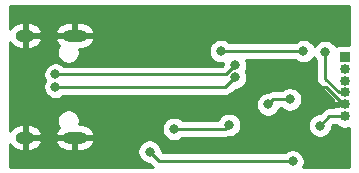
<source format=gbr>
%TF.GenerationSoftware,KiCad,Pcbnew,(5.1.8)-1*%
%TF.CreationDate,2020-12-30T11:25:41+08:00*%
%TF.ProjectId,downloader,646f776e-6c6f-4616-9465-722e6b696361,rev?*%
%TF.SameCoordinates,Original*%
%TF.FileFunction,Copper,L2,Bot*%
%TF.FilePolarity,Positive*%
%FSLAX46Y46*%
G04 Gerber Fmt 4.6, Leading zero omitted, Abs format (unit mm)*
G04 Created by KiCad (PCBNEW (5.1.8)-1) date 2020-12-30 11:25:41*
%MOMM*%
%LPD*%
G01*
G04 APERTURE LIST*
%TA.AperFunction,ComponentPad*%
%ADD10O,0.850000X0.850000*%
%TD*%
%TA.AperFunction,ComponentPad*%
%ADD11R,0.850000X0.850000*%
%TD*%
%TA.AperFunction,ComponentPad*%
%ADD12O,2.100000X1.000000*%
%TD*%
%TA.AperFunction,ComponentPad*%
%ADD13O,1.600000X1.000000*%
%TD*%
%TA.AperFunction,ViaPad*%
%ADD14C,0.800000*%
%TD*%
%TA.AperFunction,Conductor*%
%ADD15C,0.250000*%
%TD*%
%TA.AperFunction,Conductor*%
%ADD16C,0.254000*%
%TD*%
%TA.AperFunction,Conductor*%
%ADD17C,0.100000*%
%TD*%
G04 APERTURE END LIST*
D10*
%TO.P,J2,6*%
%TO.N,+3V3*%
X129000000Y-95000000D03*
%TO.P,J2,5*%
%TO.N,GND*%
X129000000Y-94000000D03*
%TO.P,J2,4*%
%TO.N,/IO0*%
X129000000Y-93000000D03*
%TO.P,J2,3*%
%TO.N,/EN*%
X129000000Y-92000000D03*
%TO.P,J2,2*%
%TO.N,/TXD*%
X129000000Y-91000000D03*
D11*
%TO.P,J2,1*%
%TO.N,/RXD*%
X129000000Y-90000000D03*
%TD*%
D12*
%TO.P,J1,S1*%
%TO.N,GND*%
X106130000Y-96820000D03*
X106130000Y-88180000D03*
D13*
X101950000Y-88180000D03*
X101950000Y-96820000D03*
%TD*%
D14*
%TO.N,GND*%
X122100000Y-92500000D03*
X126900000Y-86200000D03*
%TO.N,/D-*%
X104500000Y-91475000D03*
X119700006Y-90700000D03*
%TO.N,/D+*%
X104500000Y-92525000D03*
X119712656Y-91712670D03*
%TO.N,/IO0*%
X127337465Y-89572282D03*
%TO.N,/DTR*%
X124351540Y-93574230D03*
X122500000Y-94000000D03*
%TO.N,/EN*%
X124575000Y-98825000D03*
X112474991Y-98000009D03*
%TO.N,+3V3*%
X125500000Y-89500000D03*
X118499990Y-89500000D03*
X126899998Y-95800000D03*
%TO.N,Net-(C1-Pad1)*%
X114550000Y-96075000D03*
X119199990Y-95750000D03*
%TD*%
D15*
%TO.N,GND*%
X128873002Y-94000000D02*
X129000000Y-94000000D01*
X122100000Y-92500000D02*
X127373002Y-92500000D01*
X127373002Y-92500000D02*
X128873002Y-94000000D01*
%TO.N,/D-*%
X118925006Y-91475000D02*
X119700006Y-90700000D01*
X104500000Y-91475000D02*
X118925006Y-91475000D01*
%TO.N,/D+*%
X118900326Y-92525000D02*
X119712656Y-91712670D01*
X104500000Y-92525000D02*
X118900326Y-92525000D01*
%TO.N,/IO0*%
X127337465Y-91828052D02*
X128509413Y-93000000D01*
X128509413Y-93000000D02*
X129000000Y-93000000D01*
X127337465Y-89572282D02*
X127337465Y-91828052D01*
%TO.N,/DTR*%
X122925770Y-93574230D02*
X122500000Y-94000000D01*
X124351540Y-93574230D02*
X122925770Y-93574230D01*
%TO.N,/EN*%
X124575000Y-98825000D02*
X113299982Y-98825000D01*
X113299982Y-98825000D02*
X112474991Y-98000009D01*
%TO.N,+3V3*%
X125500000Y-89500000D02*
X120000000Y-89500000D01*
X120000000Y-89500000D02*
X118499990Y-89500000D01*
X129000000Y-95000000D02*
X127699998Y-95000000D01*
X127699998Y-95000000D02*
X126899998Y-95800000D01*
%TO.N,Net-(C1-Pad1)*%
X118874990Y-96075000D02*
X119199990Y-95750000D01*
X114550000Y-96075000D02*
X118874990Y-96075000D01*
%TD*%
D16*
%TO.N,GND*%
X129340001Y-88936928D02*
X128575000Y-88936928D01*
X128450518Y-88949188D01*
X128330820Y-88985498D01*
X128227186Y-89040893D01*
X128141402Y-88912508D01*
X127997239Y-88768345D01*
X127827721Y-88655077D01*
X127639363Y-88577056D01*
X127439404Y-88537282D01*
X127235526Y-88537282D01*
X127035567Y-88577056D01*
X126847209Y-88655077D01*
X126677691Y-88768345D01*
X126533528Y-88912508D01*
X126436857Y-89057187D01*
X126417205Y-89009744D01*
X126303937Y-88840226D01*
X126159774Y-88696063D01*
X125990256Y-88582795D01*
X125801898Y-88504774D01*
X125601939Y-88465000D01*
X125398061Y-88465000D01*
X125198102Y-88504774D01*
X125009744Y-88582795D01*
X124840226Y-88696063D01*
X124796289Y-88740000D01*
X119203701Y-88740000D01*
X119159764Y-88696063D01*
X118990246Y-88582795D01*
X118801888Y-88504774D01*
X118601929Y-88465000D01*
X118398051Y-88465000D01*
X118198092Y-88504774D01*
X118009734Y-88582795D01*
X117840216Y-88696063D01*
X117696053Y-88840226D01*
X117582785Y-89009744D01*
X117504764Y-89198102D01*
X117464990Y-89398061D01*
X117464990Y-89601939D01*
X117504764Y-89801898D01*
X117582785Y-89990256D01*
X117696053Y-90159774D01*
X117840216Y-90303937D01*
X118009734Y-90417205D01*
X118198092Y-90495226D01*
X118398051Y-90535000D01*
X118601929Y-90535000D01*
X118680665Y-90519339D01*
X118665006Y-90598061D01*
X118665006Y-90660199D01*
X118610205Y-90715000D01*
X105203711Y-90715000D01*
X105159774Y-90671063D01*
X104990256Y-90557795D01*
X104801898Y-90479774D01*
X104601939Y-90440000D01*
X104398061Y-90440000D01*
X104198102Y-90479774D01*
X104009744Y-90557795D01*
X103840226Y-90671063D01*
X103696063Y-90815226D01*
X103582795Y-90984744D01*
X103504774Y-91173102D01*
X103465000Y-91373061D01*
X103465000Y-91576939D01*
X103504774Y-91776898D01*
X103582795Y-91965256D01*
X103606010Y-92000000D01*
X103582795Y-92034744D01*
X103504774Y-92223102D01*
X103465000Y-92423061D01*
X103465000Y-92626939D01*
X103504774Y-92826898D01*
X103582795Y-93015256D01*
X103696063Y-93184774D01*
X103840226Y-93328937D01*
X104009744Y-93442205D01*
X104198102Y-93520226D01*
X104398061Y-93560000D01*
X104601939Y-93560000D01*
X104801898Y-93520226D01*
X104990256Y-93442205D01*
X105159774Y-93328937D01*
X105203711Y-93285000D01*
X118863004Y-93285000D01*
X118900326Y-93288676D01*
X118937648Y-93285000D01*
X118937659Y-93285000D01*
X119049312Y-93274003D01*
X119192573Y-93230546D01*
X119324602Y-93159974D01*
X119440327Y-93065001D01*
X119464129Y-93035998D01*
X119752457Y-92747670D01*
X119814595Y-92747670D01*
X120014554Y-92707896D01*
X120202912Y-92629875D01*
X120372430Y-92516607D01*
X120516593Y-92372444D01*
X120629861Y-92202926D01*
X120707882Y-92014568D01*
X120747656Y-91814609D01*
X120747656Y-91610731D01*
X120707882Y-91410772D01*
X120629861Y-91222414D01*
X120612792Y-91196869D01*
X120617211Y-91190256D01*
X120695232Y-91001898D01*
X120735006Y-90801939D01*
X120735006Y-90598061D01*
X120695232Y-90398102D01*
X120638028Y-90260000D01*
X124796289Y-90260000D01*
X124840226Y-90303937D01*
X125009744Y-90417205D01*
X125198102Y-90495226D01*
X125398061Y-90535000D01*
X125601939Y-90535000D01*
X125801898Y-90495226D01*
X125990256Y-90417205D01*
X126159774Y-90303937D01*
X126303937Y-90159774D01*
X126400608Y-90015095D01*
X126420260Y-90062538D01*
X126533528Y-90232056D01*
X126577465Y-90275993D01*
X126577466Y-91790720D01*
X126573789Y-91828052D01*
X126577466Y-91865385D01*
X126588463Y-91977038D01*
X126590878Y-91984999D01*
X126631919Y-92120298D01*
X126702491Y-92252328D01*
X126749158Y-92309191D01*
X126797465Y-92368053D01*
X126826463Y-92391851D01*
X127945614Y-93511003D01*
X127969412Y-93540001D01*
X128028590Y-93588567D01*
X127991128Y-93674750D01*
X127980460Y-93709938D01*
X128107743Y-93873000D01*
X128398587Y-93873000D01*
X128497902Y-93939360D01*
X128644299Y-94000000D01*
X128497902Y-94060640D01*
X128398587Y-94127000D01*
X128107743Y-94127000D01*
X128019537Y-94240000D01*
X127737321Y-94240000D01*
X127699998Y-94236324D01*
X127662675Y-94240000D01*
X127662665Y-94240000D01*
X127551012Y-94250997D01*
X127407751Y-94294454D01*
X127275722Y-94365026D01*
X127159997Y-94459999D01*
X127136199Y-94488998D01*
X126860196Y-94765000D01*
X126798059Y-94765000D01*
X126598100Y-94804774D01*
X126409742Y-94882795D01*
X126240224Y-94996063D01*
X126096061Y-95140226D01*
X125982793Y-95309744D01*
X125904772Y-95498102D01*
X125864998Y-95698061D01*
X125864998Y-95901939D01*
X125904772Y-96101898D01*
X125982793Y-96290256D01*
X126096061Y-96459774D01*
X126240224Y-96603937D01*
X126409742Y-96717205D01*
X126598100Y-96795226D01*
X126798059Y-96835000D01*
X127001937Y-96835000D01*
X127201896Y-96795226D01*
X127390254Y-96717205D01*
X127559772Y-96603937D01*
X127703935Y-96459774D01*
X127817203Y-96290256D01*
X127895224Y-96101898D01*
X127934998Y-95901939D01*
X127934998Y-95839802D01*
X128014800Y-95760000D01*
X128260933Y-95760000D01*
X128324289Y-95823356D01*
X128497902Y-95939360D01*
X128690809Y-96019265D01*
X128895599Y-96060000D01*
X129104401Y-96060000D01*
X129309191Y-96019265D01*
X129340000Y-96006503D01*
X129340000Y-99340000D01*
X125475672Y-99340000D01*
X125492205Y-99315256D01*
X125570226Y-99126898D01*
X125610000Y-98926939D01*
X125610000Y-98723061D01*
X125570226Y-98523102D01*
X125492205Y-98334744D01*
X125378937Y-98165226D01*
X125234774Y-98021063D01*
X125065256Y-97907795D01*
X124876898Y-97829774D01*
X124676939Y-97790000D01*
X124473061Y-97790000D01*
X124273102Y-97829774D01*
X124084744Y-97907795D01*
X123915226Y-98021063D01*
X123871289Y-98065000D01*
X113614784Y-98065000D01*
X113509991Y-97960207D01*
X113509991Y-97898070D01*
X113470217Y-97698111D01*
X113392196Y-97509753D01*
X113278928Y-97340235D01*
X113134765Y-97196072D01*
X112965247Y-97082804D01*
X112776889Y-97004783D01*
X112576930Y-96965009D01*
X112373052Y-96965009D01*
X112173093Y-97004783D01*
X111984735Y-97082804D01*
X111815217Y-97196072D01*
X111671054Y-97340235D01*
X111557786Y-97509753D01*
X111479765Y-97698111D01*
X111439991Y-97898070D01*
X111439991Y-98101948D01*
X111479765Y-98301907D01*
X111557786Y-98490265D01*
X111671054Y-98659783D01*
X111815217Y-98803946D01*
X111984735Y-98917214D01*
X112173093Y-98995235D01*
X112373052Y-99035009D01*
X112435189Y-99035009D01*
X112736187Y-99336008D01*
X112739463Y-99340000D01*
X100660000Y-99340000D01*
X100660000Y-97382371D01*
X100757631Y-97532764D01*
X100913831Y-97693161D01*
X101098322Y-97820003D01*
X101304013Y-97908415D01*
X101523000Y-97955000D01*
X101823000Y-97955000D01*
X101823000Y-96947000D01*
X102077000Y-96947000D01*
X102077000Y-97955000D01*
X102377000Y-97955000D01*
X102595987Y-97908415D01*
X102801678Y-97820003D01*
X102986169Y-97693161D01*
X103142369Y-97532764D01*
X103264276Y-97344976D01*
X103344119Y-97121874D01*
X104485881Y-97121874D01*
X104565724Y-97344976D01*
X104687631Y-97532764D01*
X104843831Y-97693161D01*
X105028322Y-97820003D01*
X105234013Y-97908415D01*
X105453000Y-97955000D01*
X106003000Y-97955000D01*
X106003000Y-96947000D01*
X106257000Y-96947000D01*
X106257000Y-97955000D01*
X106807000Y-97955000D01*
X107025987Y-97908415D01*
X107231678Y-97820003D01*
X107416169Y-97693161D01*
X107572369Y-97532764D01*
X107694276Y-97344976D01*
X107774119Y-97121874D01*
X107647954Y-96947000D01*
X106257000Y-96947000D01*
X106003000Y-96947000D01*
X104612046Y-96947000D01*
X104485881Y-97121874D01*
X103344119Y-97121874D01*
X103217954Y-96947000D01*
X102077000Y-96947000D01*
X101823000Y-96947000D01*
X101803000Y-96947000D01*
X101803000Y-96693000D01*
X101823000Y-96693000D01*
X101823000Y-95685000D01*
X102077000Y-95685000D01*
X102077000Y-96693000D01*
X103217954Y-96693000D01*
X103344119Y-96518126D01*
X104485881Y-96518126D01*
X104612046Y-96693000D01*
X106003000Y-96693000D01*
X106003000Y-96673000D01*
X106257000Y-96673000D01*
X106257000Y-96693000D01*
X107647954Y-96693000D01*
X107774119Y-96518126D01*
X107694276Y-96295024D01*
X107572369Y-96107236D01*
X107441705Y-95973061D01*
X113515000Y-95973061D01*
X113515000Y-96176939D01*
X113554774Y-96376898D01*
X113632795Y-96565256D01*
X113746063Y-96734774D01*
X113890226Y-96878937D01*
X114059744Y-96992205D01*
X114248102Y-97070226D01*
X114448061Y-97110000D01*
X114651939Y-97110000D01*
X114851898Y-97070226D01*
X115040256Y-96992205D01*
X115209774Y-96878937D01*
X115253711Y-96835000D01*
X118837668Y-96835000D01*
X118874990Y-96838676D01*
X118912312Y-96835000D01*
X118912323Y-96835000D01*
X119023976Y-96824003D01*
X119152554Y-96785000D01*
X119301929Y-96785000D01*
X119501888Y-96745226D01*
X119690246Y-96667205D01*
X119859764Y-96553937D01*
X120003927Y-96409774D01*
X120117195Y-96240256D01*
X120195216Y-96051898D01*
X120234990Y-95851939D01*
X120234990Y-95648061D01*
X120195216Y-95448102D01*
X120117195Y-95259744D01*
X120003927Y-95090226D01*
X119859764Y-94946063D01*
X119690246Y-94832795D01*
X119501888Y-94754774D01*
X119301929Y-94715000D01*
X119098051Y-94715000D01*
X118898092Y-94754774D01*
X118709734Y-94832795D01*
X118540216Y-94946063D01*
X118396053Y-95090226D01*
X118282785Y-95259744D01*
X118259897Y-95315000D01*
X115253711Y-95315000D01*
X115209774Y-95271063D01*
X115040256Y-95157795D01*
X114851898Y-95079774D01*
X114651939Y-95040000D01*
X114448061Y-95040000D01*
X114248102Y-95079774D01*
X114059744Y-95157795D01*
X113890226Y-95271063D01*
X113746063Y-95415226D01*
X113632795Y-95584744D01*
X113554774Y-95773102D01*
X113515000Y-95973061D01*
X107441705Y-95973061D01*
X107416169Y-95946839D01*
X107231678Y-95819997D01*
X107025987Y-95731585D01*
X106807000Y-95685000D01*
X106516904Y-95685000D01*
X106523108Y-95670022D01*
X106560000Y-95484552D01*
X106560000Y-95295448D01*
X106523108Y-95109978D01*
X106450741Y-94935269D01*
X106345681Y-94778036D01*
X106211964Y-94644319D01*
X106054731Y-94539259D01*
X105880022Y-94466892D01*
X105694552Y-94430000D01*
X105505448Y-94430000D01*
X105319978Y-94466892D01*
X105145269Y-94539259D01*
X104988036Y-94644319D01*
X104854319Y-94778036D01*
X104749259Y-94935269D01*
X104676892Y-95109978D01*
X104640000Y-95295448D01*
X104640000Y-95484552D01*
X104676892Y-95670022D01*
X104749259Y-95844731D01*
X104828206Y-95962884D01*
X104687631Y-96107236D01*
X104565724Y-96295024D01*
X104485881Y-96518126D01*
X103344119Y-96518126D01*
X103264276Y-96295024D01*
X103142369Y-96107236D01*
X102986169Y-95946839D01*
X102801678Y-95819997D01*
X102595987Y-95731585D01*
X102377000Y-95685000D01*
X102077000Y-95685000D01*
X101823000Y-95685000D01*
X101523000Y-95685000D01*
X101304013Y-95731585D01*
X101098322Y-95819997D01*
X100913831Y-95946839D01*
X100757631Y-96107236D01*
X100660000Y-96257629D01*
X100660000Y-93898061D01*
X121465000Y-93898061D01*
X121465000Y-94101939D01*
X121504774Y-94301898D01*
X121582795Y-94490256D01*
X121696063Y-94659774D01*
X121840226Y-94803937D01*
X122009744Y-94917205D01*
X122198102Y-94995226D01*
X122398061Y-95035000D01*
X122601939Y-95035000D01*
X122801898Y-94995226D01*
X122990256Y-94917205D01*
X123159774Y-94803937D01*
X123303937Y-94659774D01*
X123417205Y-94490256D01*
X123481834Y-94334230D01*
X123647829Y-94334230D01*
X123691766Y-94378167D01*
X123861284Y-94491435D01*
X124049642Y-94569456D01*
X124249601Y-94609230D01*
X124453479Y-94609230D01*
X124653438Y-94569456D01*
X124841796Y-94491435D01*
X125011314Y-94378167D01*
X125155477Y-94234004D01*
X125268745Y-94064486D01*
X125346766Y-93876128D01*
X125386540Y-93676169D01*
X125386540Y-93472291D01*
X125346766Y-93272332D01*
X125268745Y-93083974D01*
X125155477Y-92914456D01*
X125011314Y-92770293D01*
X124841796Y-92657025D01*
X124653438Y-92579004D01*
X124453479Y-92539230D01*
X124249601Y-92539230D01*
X124049642Y-92579004D01*
X123861284Y-92657025D01*
X123691766Y-92770293D01*
X123647829Y-92814230D01*
X122963095Y-92814230D01*
X122925770Y-92810554D01*
X122888445Y-92814230D01*
X122888437Y-92814230D01*
X122776784Y-92825227D01*
X122633523Y-92868684D01*
X122501494Y-92939256D01*
X122470125Y-92965000D01*
X122398061Y-92965000D01*
X122198102Y-93004774D01*
X122009744Y-93082795D01*
X121840226Y-93196063D01*
X121696063Y-93340226D01*
X121582795Y-93509744D01*
X121504774Y-93698102D01*
X121465000Y-93898061D01*
X100660000Y-93898061D01*
X100660000Y-88742371D01*
X100757631Y-88892764D01*
X100913831Y-89053161D01*
X101098322Y-89180003D01*
X101304013Y-89268415D01*
X101523000Y-89315000D01*
X101823000Y-89315000D01*
X101823000Y-88307000D01*
X102077000Y-88307000D01*
X102077000Y-89315000D01*
X102377000Y-89315000D01*
X102595987Y-89268415D01*
X102801678Y-89180003D01*
X102986169Y-89053161D01*
X103142369Y-88892764D01*
X103264276Y-88704976D01*
X103344119Y-88481874D01*
X104485881Y-88481874D01*
X104565724Y-88704976D01*
X104687631Y-88892764D01*
X104828206Y-89037116D01*
X104749259Y-89155269D01*
X104676892Y-89329978D01*
X104640000Y-89515448D01*
X104640000Y-89704552D01*
X104676892Y-89890022D01*
X104749259Y-90064731D01*
X104854319Y-90221964D01*
X104988036Y-90355681D01*
X105145269Y-90460741D01*
X105319978Y-90533108D01*
X105505448Y-90570000D01*
X105694552Y-90570000D01*
X105880022Y-90533108D01*
X106054731Y-90460741D01*
X106211964Y-90355681D01*
X106345681Y-90221964D01*
X106450741Y-90064731D01*
X106523108Y-89890022D01*
X106560000Y-89704552D01*
X106560000Y-89515448D01*
X106523108Y-89329978D01*
X106516904Y-89315000D01*
X106807000Y-89315000D01*
X107025987Y-89268415D01*
X107231678Y-89180003D01*
X107416169Y-89053161D01*
X107572369Y-88892764D01*
X107694276Y-88704976D01*
X107774119Y-88481874D01*
X107647954Y-88307000D01*
X106257000Y-88307000D01*
X106257000Y-88327000D01*
X106003000Y-88327000D01*
X106003000Y-88307000D01*
X104612046Y-88307000D01*
X104485881Y-88481874D01*
X103344119Y-88481874D01*
X103217954Y-88307000D01*
X102077000Y-88307000D01*
X101823000Y-88307000D01*
X101803000Y-88307000D01*
X101803000Y-88053000D01*
X101823000Y-88053000D01*
X101823000Y-87045000D01*
X102077000Y-87045000D01*
X102077000Y-88053000D01*
X103217954Y-88053000D01*
X103344119Y-87878126D01*
X104485881Y-87878126D01*
X104612046Y-88053000D01*
X106003000Y-88053000D01*
X106003000Y-87045000D01*
X106257000Y-87045000D01*
X106257000Y-88053000D01*
X107647954Y-88053000D01*
X107774119Y-87878126D01*
X107694276Y-87655024D01*
X107572369Y-87467236D01*
X107416169Y-87306839D01*
X107231678Y-87179997D01*
X107025987Y-87091585D01*
X106807000Y-87045000D01*
X106257000Y-87045000D01*
X106003000Y-87045000D01*
X105453000Y-87045000D01*
X105234013Y-87091585D01*
X105028322Y-87179997D01*
X104843831Y-87306839D01*
X104687631Y-87467236D01*
X104565724Y-87655024D01*
X104485881Y-87878126D01*
X103344119Y-87878126D01*
X103264276Y-87655024D01*
X103142369Y-87467236D01*
X102986169Y-87306839D01*
X102801678Y-87179997D01*
X102595987Y-87091585D01*
X102377000Y-87045000D01*
X102077000Y-87045000D01*
X101823000Y-87045000D01*
X101523000Y-87045000D01*
X101304013Y-87091585D01*
X101098322Y-87179997D01*
X100913831Y-87306839D01*
X100757631Y-87467236D01*
X100660000Y-87617629D01*
X100660000Y-85660000D01*
X129340001Y-85660000D01*
X129340001Y-88936928D01*
%TA.AperFunction,Conductor*%
D17*
G36*
X129340001Y-88936928D02*
G01*
X128575000Y-88936928D01*
X128450518Y-88949188D01*
X128330820Y-88985498D01*
X128227186Y-89040893D01*
X128141402Y-88912508D01*
X127997239Y-88768345D01*
X127827721Y-88655077D01*
X127639363Y-88577056D01*
X127439404Y-88537282D01*
X127235526Y-88537282D01*
X127035567Y-88577056D01*
X126847209Y-88655077D01*
X126677691Y-88768345D01*
X126533528Y-88912508D01*
X126436857Y-89057187D01*
X126417205Y-89009744D01*
X126303937Y-88840226D01*
X126159774Y-88696063D01*
X125990256Y-88582795D01*
X125801898Y-88504774D01*
X125601939Y-88465000D01*
X125398061Y-88465000D01*
X125198102Y-88504774D01*
X125009744Y-88582795D01*
X124840226Y-88696063D01*
X124796289Y-88740000D01*
X119203701Y-88740000D01*
X119159764Y-88696063D01*
X118990246Y-88582795D01*
X118801888Y-88504774D01*
X118601929Y-88465000D01*
X118398051Y-88465000D01*
X118198092Y-88504774D01*
X118009734Y-88582795D01*
X117840216Y-88696063D01*
X117696053Y-88840226D01*
X117582785Y-89009744D01*
X117504764Y-89198102D01*
X117464990Y-89398061D01*
X117464990Y-89601939D01*
X117504764Y-89801898D01*
X117582785Y-89990256D01*
X117696053Y-90159774D01*
X117840216Y-90303937D01*
X118009734Y-90417205D01*
X118198092Y-90495226D01*
X118398051Y-90535000D01*
X118601929Y-90535000D01*
X118680665Y-90519339D01*
X118665006Y-90598061D01*
X118665006Y-90660199D01*
X118610205Y-90715000D01*
X105203711Y-90715000D01*
X105159774Y-90671063D01*
X104990256Y-90557795D01*
X104801898Y-90479774D01*
X104601939Y-90440000D01*
X104398061Y-90440000D01*
X104198102Y-90479774D01*
X104009744Y-90557795D01*
X103840226Y-90671063D01*
X103696063Y-90815226D01*
X103582795Y-90984744D01*
X103504774Y-91173102D01*
X103465000Y-91373061D01*
X103465000Y-91576939D01*
X103504774Y-91776898D01*
X103582795Y-91965256D01*
X103606010Y-92000000D01*
X103582795Y-92034744D01*
X103504774Y-92223102D01*
X103465000Y-92423061D01*
X103465000Y-92626939D01*
X103504774Y-92826898D01*
X103582795Y-93015256D01*
X103696063Y-93184774D01*
X103840226Y-93328937D01*
X104009744Y-93442205D01*
X104198102Y-93520226D01*
X104398061Y-93560000D01*
X104601939Y-93560000D01*
X104801898Y-93520226D01*
X104990256Y-93442205D01*
X105159774Y-93328937D01*
X105203711Y-93285000D01*
X118863004Y-93285000D01*
X118900326Y-93288676D01*
X118937648Y-93285000D01*
X118937659Y-93285000D01*
X119049312Y-93274003D01*
X119192573Y-93230546D01*
X119324602Y-93159974D01*
X119440327Y-93065001D01*
X119464129Y-93035998D01*
X119752457Y-92747670D01*
X119814595Y-92747670D01*
X120014554Y-92707896D01*
X120202912Y-92629875D01*
X120372430Y-92516607D01*
X120516593Y-92372444D01*
X120629861Y-92202926D01*
X120707882Y-92014568D01*
X120747656Y-91814609D01*
X120747656Y-91610731D01*
X120707882Y-91410772D01*
X120629861Y-91222414D01*
X120612792Y-91196869D01*
X120617211Y-91190256D01*
X120695232Y-91001898D01*
X120735006Y-90801939D01*
X120735006Y-90598061D01*
X120695232Y-90398102D01*
X120638028Y-90260000D01*
X124796289Y-90260000D01*
X124840226Y-90303937D01*
X125009744Y-90417205D01*
X125198102Y-90495226D01*
X125398061Y-90535000D01*
X125601939Y-90535000D01*
X125801898Y-90495226D01*
X125990256Y-90417205D01*
X126159774Y-90303937D01*
X126303937Y-90159774D01*
X126400608Y-90015095D01*
X126420260Y-90062538D01*
X126533528Y-90232056D01*
X126577465Y-90275993D01*
X126577466Y-91790720D01*
X126573789Y-91828052D01*
X126577466Y-91865385D01*
X126588463Y-91977038D01*
X126590878Y-91984999D01*
X126631919Y-92120298D01*
X126702491Y-92252328D01*
X126749158Y-92309191D01*
X126797465Y-92368053D01*
X126826463Y-92391851D01*
X127945614Y-93511003D01*
X127969412Y-93540001D01*
X128028590Y-93588567D01*
X127991128Y-93674750D01*
X127980460Y-93709938D01*
X128107743Y-93873000D01*
X128398587Y-93873000D01*
X128497902Y-93939360D01*
X128644299Y-94000000D01*
X128497902Y-94060640D01*
X128398587Y-94127000D01*
X128107743Y-94127000D01*
X128019537Y-94240000D01*
X127737321Y-94240000D01*
X127699998Y-94236324D01*
X127662675Y-94240000D01*
X127662665Y-94240000D01*
X127551012Y-94250997D01*
X127407751Y-94294454D01*
X127275722Y-94365026D01*
X127159997Y-94459999D01*
X127136199Y-94488998D01*
X126860196Y-94765000D01*
X126798059Y-94765000D01*
X126598100Y-94804774D01*
X126409742Y-94882795D01*
X126240224Y-94996063D01*
X126096061Y-95140226D01*
X125982793Y-95309744D01*
X125904772Y-95498102D01*
X125864998Y-95698061D01*
X125864998Y-95901939D01*
X125904772Y-96101898D01*
X125982793Y-96290256D01*
X126096061Y-96459774D01*
X126240224Y-96603937D01*
X126409742Y-96717205D01*
X126598100Y-96795226D01*
X126798059Y-96835000D01*
X127001937Y-96835000D01*
X127201896Y-96795226D01*
X127390254Y-96717205D01*
X127559772Y-96603937D01*
X127703935Y-96459774D01*
X127817203Y-96290256D01*
X127895224Y-96101898D01*
X127934998Y-95901939D01*
X127934998Y-95839802D01*
X128014800Y-95760000D01*
X128260933Y-95760000D01*
X128324289Y-95823356D01*
X128497902Y-95939360D01*
X128690809Y-96019265D01*
X128895599Y-96060000D01*
X129104401Y-96060000D01*
X129309191Y-96019265D01*
X129340000Y-96006503D01*
X129340000Y-99340000D01*
X125475672Y-99340000D01*
X125492205Y-99315256D01*
X125570226Y-99126898D01*
X125610000Y-98926939D01*
X125610000Y-98723061D01*
X125570226Y-98523102D01*
X125492205Y-98334744D01*
X125378937Y-98165226D01*
X125234774Y-98021063D01*
X125065256Y-97907795D01*
X124876898Y-97829774D01*
X124676939Y-97790000D01*
X124473061Y-97790000D01*
X124273102Y-97829774D01*
X124084744Y-97907795D01*
X123915226Y-98021063D01*
X123871289Y-98065000D01*
X113614784Y-98065000D01*
X113509991Y-97960207D01*
X113509991Y-97898070D01*
X113470217Y-97698111D01*
X113392196Y-97509753D01*
X113278928Y-97340235D01*
X113134765Y-97196072D01*
X112965247Y-97082804D01*
X112776889Y-97004783D01*
X112576930Y-96965009D01*
X112373052Y-96965009D01*
X112173093Y-97004783D01*
X111984735Y-97082804D01*
X111815217Y-97196072D01*
X111671054Y-97340235D01*
X111557786Y-97509753D01*
X111479765Y-97698111D01*
X111439991Y-97898070D01*
X111439991Y-98101948D01*
X111479765Y-98301907D01*
X111557786Y-98490265D01*
X111671054Y-98659783D01*
X111815217Y-98803946D01*
X111984735Y-98917214D01*
X112173093Y-98995235D01*
X112373052Y-99035009D01*
X112435189Y-99035009D01*
X112736187Y-99336008D01*
X112739463Y-99340000D01*
X100660000Y-99340000D01*
X100660000Y-97382371D01*
X100757631Y-97532764D01*
X100913831Y-97693161D01*
X101098322Y-97820003D01*
X101304013Y-97908415D01*
X101523000Y-97955000D01*
X101823000Y-97955000D01*
X101823000Y-96947000D01*
X102077000Y-96947000D01*
X102077000Y-97955000D01*
X102377000Y-97955000D01*
X102595987Y-97908415D01*
X102801678Y-97820003D01*
X102986169Y-97693161D01*
X103142369Y-97532764D01*
X103264276Y-97344976D01*
X103344119Y-97121874D01*
X104485881Y-97121874D01*
X104565724Y-97344976D01*
X104687631Y-97532764D01*
X104843831Y-97693161D01*
X105028322Y-97820003D01*
X105234013Y-97908415D01*
X105453000Y-97955000D01*
X106003000Y-97955000D01*
X106003000Y-96947000D01*
X106257000Y-96947000D01*
X106257000Y-97955000D01*
X106807000Y-97955000D01*
X107025987Y-97908415D01*
X107231678Y-97820003D01*
X107416169Y-97693161D01*
X107572369Y-97532764D01*
X107694276Y-97344976D01*
X107774119Y-97121874D01*
X107647954Y-96947000D01*
X106257000Y-96947000D01*
X106003000Y-96947000D01*
X104612046Y-96947000D01*
X104485881Y-97121874D01*
X103344119Y-97121874D01*
X103217954Y-96947000D01*
X102077000Y-96947000D01*
X101823000Y-96947000D01*
X101803000Y-96947000D01*
X101803000Y-96693000D01*
X101823000Y-96693000D01*
X101823000Y-95685000D01*
X102077000Y-95685000D01*
X102077000Y-96693000D01*
X103217954Y-96693000D01*
X103344119Y-96518126D01*
X104485881Y-96518126D01*
X104612046Y-96693000D01*
X106003000Y-96693000D01*
X106003000Y-96673000D01*
X106257000Y-96673000D01*
X106257000Y-96693000D01*
X107647954Y-96693000D01*
X107774119Y-96518126D01*
X107694276Y-96295024D01*
X107572369Y-96107236D01*
X107441705Y-95973061D01*
X113515000Y-95973061D01*
X113515000Y-96176939D01*
X113554774Y-96376898D01*
X113632795Y-96565256D01*
X113746063Y-96734774D01*
X113890226Y-96878937D01*
X114059744Y-96992205D01*
X114248102Y-97070226D01*
X114448061Y-97110000D01*
X114651939Y-97110000D01*
X114851898Y-97070226D01*
X115040256Y-96992205D01*
X115209774Y-96878937D01*
X115253711Y-96835000D01*
X118837668Y-96835000D01*
X118874990Y-96838676D01*
X118912312Y-96835000D01*
X118912323Y-96835000D01*
X119023976Y-96824003D01*
X119152554Y-96785000D01*
X119301929Y-96785000D01*
X119501888Y-96745226D01*
X119690246Y-96667205D01*
X119859764Y-96553937D01*
X120003927Y-96409774D01*
X120117195Y-96240256D01*
X120195216Y-96051898D01*
X120234990Y-95851939D01*
X120234990Y-95648061D01*
X120195216Y-95448102D01*
X120117195Y-95259744D01*
X120003927Y-95090226D01*
X119859764Y-94946063D01*
X119690246Y-94832795D01*
X119501888Y-94754774D01*
X119301929Y-94715000D01*
X119098051Y-94715000D01*
X118898092Y-94754774D01*
X118709734Y-94832795D01*
X118540216Y-94946063D01*
X118396053Y-95090226D01*
X118282785Y-95259744D01*
X118259897Y-95315000D01*
X115253711Y-95315000D01*
X115209774Y-95271063D01*
X115040256Y-95157795D01*
X114851898Y-95079774D01*
X114651939Y-95040000D01*
X114448061Y-95040000D01*
X114248102Y-95079774D01*
X114059744Y-95157795D01*
X113890226Y-95271063D01*
X113746063Y-95415226D01*
X113632795Y-95584744D01*
X113554774Y-95773102D01*
X113515000Y-95973061D01*
X107441705Y-95973061D01*
X107416169Y-95946839D01*
X107231678Y-95819997D01*
X107025987Y-95731585D01*
X106807000Y-95685000D01*
X106516904Y-95685000D01*
X106523108Y-95670022D01*
X106560000Y-95484552D01*
X106560000Y-95295448D01*
X106523108Y-95109978D01*
X106450741Y-94935269D01*
X106345681Y-94778036D01*
X106211964Y-94644319D01*
X106054731Y-94539259D01*
X105880022Y-94466892D01*
X105694552Y-94430000D01*
X105505448Y-94430000D01*
X105319978Y-94466892D01*
X105145269Y-94539259D01*
X104988036Y-94644319D01*
X104854319Y-94778036D01*
X104749259Y-94935269D01*
X104676892Y-95109978D01*
X104640000Y-95295448D01*
X104640000Y-95484552D01*
X104676892Y-95670022D01*
X104749259Y-95844731D01*
X104828206Y-95962884D01*
X104687631Y-96107236D01*
X104565724Y-96295024D01*
X104485881Y-96518126D01*
X103344119Y-96518126D01*
X103264276Y-96295024D01*
X103142369Y-96107236D01*
X102986169Y-95946839D01*
X102801678Y-95819997D01*
X102595987Y-95731585D01*
X102377000Y-95685000D01*
X102077000Y-95685000D01*
X101823000Y-95685000D01*
X101523000Y-95685000D01*
X101304013Y-95731585D01*
X101098322Y-95819997D01*
X100913831Y-95946839D01*
X100757631Y-96107236D01*
X100660000Y-96257629D01*
X100660000Y-93898061D01*
X121465000Y-93898061D01*
X121465000Y-94101939D01*
X121504774Y-94301898D01*
X121582795Y-94490256D01*
X121696063Y-94659774D01*
X121840226Y-94803937D01*
X122009744Y-94917205D01*
X122198102Y-94995226D01*
X122398061Y-95035000D01*
X122601939Y-95035000D01*
X122801898Y-94995226D01*
X122990256Y-94917205D01*
X123159774Y-94803937D01*
X123303937Y-94659774D01*
X123417205Y-94490256D01*
X123481834Y-94334230D01*
X123647829Y-94334230D01*
X123691766Y-94378167D01*
X123861284Y-94491435D01*
X124049642Y-94569456D01*
X124249601Y-94609230D01*
X124453479Y-94609230D01*
X124653438Y-94569456D01*
X124841796Y-94491435D01*
X125011314Y-94378167D01*
X125155477Y-94234004D01*
X125268745Y-94064486D01*
X125346766Y-93876128D01*
X125386540Y-93676169D01*
X125386540Y-93472291D01*
X125346766Y-93272332D01*
X125268745Y-93083974D01*
X125155477Y-92914456D01*
X125011314Y-92770293D01*
X124841796Y-92657025D01*
X124653438Y-92579004D01*
X124453479Y-92539230D01*
X124249601Y-92539230D01*
X124049642Y-92579004D01*
X123861284Y-92657025D01*
X123691766Y-92770293D01*
X123647829Y-92814230D01*
X122963095Y-92814230D01*
X122925770Y-92810554D01*
X122888445Y-92814230D01*
X122888437Y-92814230D01*
X122776784Y-92825227D01*
X122633523Y-92868684D01*
X122501494Y-92939256D01*
X122470125Y-92965000D01*
X122398061Y-92965000D01*
X122198102Y-93004774D01*
X122009744Y-93082795D01*
X121840226Y-93196063D01*
X121696063Y-93340226D01*
X121582795Y-93509744D01*
X121504774Y-93698102D01*
X121465000Y-93898061D01*
X100660000Y-93898061D01*
X100660000Y-88742371D01*
X100757631Y-88892764D01*
X100913831Y-89053161D01*
X101098322Y-89180003D01*
X101304013Y-89268415D01*
X101523000Y-89315000D01*
X101823000Y-89315000D01*
X101823000Y-88307000D01*
X102077000Y-88307000D01*
X102077000Y-89315000D01*
X102377000Y-89315000D01*
X102595987Y-89268415D01*
X102801678Y-89180003D01*
X102986169Y-89053161D01*
X103142369Y-88892764D01*
X103264276Y-88704976D01*
X103344119Y-88481874D01*
X104485881Y-88481874D01*
X104565724Y-88704976D01*
X104687631Y-88892764D01*
X104828206Y-89037116D01*
X104749259Y-89155269D01*
X104676892Y-89329978D01*
X104640000Y-89515448D01*
X104640000Y-89704552D01*
X104676892Y-89890022D01*
X104749259Y-90064731D01*
X104854319Y-90221964D01*
X104988036Y-90355681D01*
X105145269Y-90460741D01*
X105319978Y-90533108D01*
X105505448Y-90570000D01*
X105694552Y-90570000D01*
X105880022Y-90533108D01*
X106054731Y-90460741D01*
X106211964Y-90355681D01*
X106345681Y-90221964D01*
X106450741Y-90064731D01*
X106523108Y-89890022D01*
X106560000Y-89704552D01*
X106560000Y-89515448D01*
X106523108Y-89329978D01*
X106516904Y-89315000D01*
X106807000Y-89315000D01*
X107025987Y-89268415D01*
X107231678Y-89180003D01*
X107416169Y-89053161D01*
X107572369Y-88892764D01*
X107694276Y-88704976D01*
X107774119Y-88481874D01*
X107647954Y-88307000D01*
X106257000Y-88307000D01*
X106257000Y-88327000D01*
X106003000Y-88327000D01*
X106003000Y-88307000D01*
X104612046Y-88307000D01*
X104485881Y-88481874D01*
X103344119Y-88481874D01*
X103217954Y-88307000D01*
X102077000Y-88307000D01*
X101823000Y-88307000D01*
X101803000Y-88307000D01*
X101803000Y-88053000D01*
X101823000Y-88053000D01*
X101823000Y-87045000D01*
X102077000Y-87045000D01*
X102077000Y-88053000D01*
X103217954Y-88053000D01*
X103344119Y-87878126D01*
X104485881Y-87878126D01*
X104612046Y-88053000D01*
X106003000Y-88053000D01*
X106003000Y-87045000D01*
X106257000Y-87045000D01*
X106257000Y-88053000D01*
X107647954Y-88053000D01*
X107774119Y-87878126D01*
X107694276Y-87655024D01*
X107572369Y-87467236D01*
X107416169Y-87306839D01*
X107231678Y-87179997D01*
X107025987Y-87091585D01*
X106807000Y-87045000D01*
X106257000Y-87045000D01*
X106003000Y-87045000D01*
X105453000Y-87045000D01*
X105234013Y-87091585D01*
X105028322Y-87179997D01*
X104843831Y-87306839D01*
X104687631Y-87467236D01*
X104565724Y-87655024D01*
X104485881Y-87878126D01*
X103344119Y-87878126D01*
X103264276Y-87655024D01*
X103142369Y-87467236D01*
X102986169Y-87306839D01*
X102801678Y-87179997D01*
X102595987Y-87091585D01*
X102377000Y-87045000D01*
X102077000Y-87045000D01*
X101823000Y-87045000D01*
X101523000Y-87045000D01*
X101304013Y-87091585D01*
X101098322Y-87179997D01*
X100913831Y-87306839D01*
X100757631Y-87467236D01*
X100660000Y-87617629D01*
X100660000Y-85660000D01*
X129340001Y-85660000D01*
X129340001Y-88936928D01*
G37*
%TD.AperFunction*%
%TD*%
M02*

</source>
